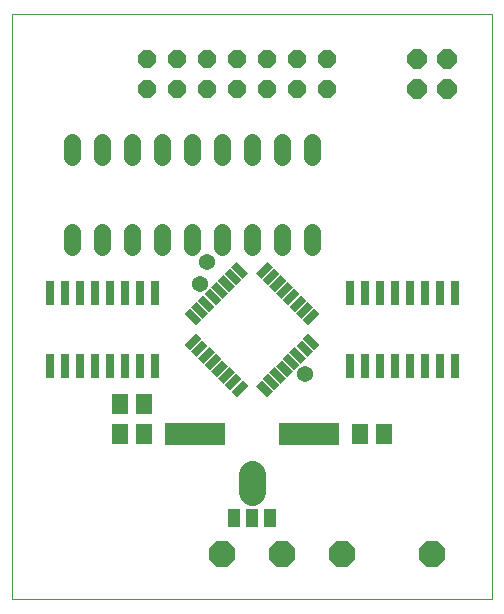
<source format=gbs>
G75*
%MOIN*%
%OFA0B0*%
%FSLAX25Y25*%
%IPPOS*%
%LPD*%
%AMOC8*
5,1,8,0,0,1.08239X$1,22.5*
%
%ADD10C,0.00000*%
%ADD11OC8,0.08900*%
%ADD12R,0.05518X0.06699*%
%ADD13R,0.03000X0.08400*%
%ADD14C,0.05600*%
%ADD15C,0.09061*%
%ADD16R,0.04134X0.06201*%
%ADD17OC8,0.06400*%
%ADD18R,0.20400X0.07400*%
%ADD19OC8,0.06000*%
%ADD20R,0.05400X0.02600*%
%ADD21R,0.02600X0.05400*%
%ADD22C,0.05400*%
D10*
X0001800Y0001800D02*
X0001800Y0196800D01*
X0161800Y0196800D01*
X0161800Y0001800D01*
X0001800Y0001800D01*
D11*
X0071800Y0016800D03*
X0091800Y0016800D03*
X0111800Y0016800D03*
X0141800Y0016800D03*
D12*
X0125737Y0056800D03*
X0117863Y0056800D03*
X0045737Y0056800D03*
X0045737Y0066800D03*
X0037863Y0066800D03*
X0037863Y0056800D03*
D13*
X0039300Y0079700D03*
X0034300Y0079700D03*
X0029300Y0079700D03*
X0024300Y0079700D03*
X0019300Y0079700D03*
X0014300Y0079700D03*
X0014300Y0103900D03*
X0019300Y0103900D03*
X0024300Y0103900D03*
X0029300Y0103900D03*
X0034300Y0103900D03*
X0039300Y0103900D03*
X0044300Y0103900D03*
X0049300Y0103900D03*
X0049300Y0079700D03*
X0044300Y0079700D03*
X0114300Y0079700D03*
X0119300Y0079700D03*
X0124300Y0079700D03*
X0129300Y0079700D03*
X0134300Y0079700D03*
X0139300Y0079700D03*
X0144300Y0079700D03*
X0149300Y0079700D03*
X0149300Y0103900D03*
X0144300Y0103900D03*
X0139300Y0103900D03*
X0134300Y0103900D03*
X0129300Y0103900D03*
X0124300Y0103900D03*
X0119300Y0103900D03*
X0114300Y0103900D03*
D14*
X0101800Y0119200D02*
X0101800Y0124400D01*
X0091800Y0124400D02*
X0091800Y0119200D01*
X0081800Y0119200D02*
X0081800Y0124400D01*
X0071800Y0124400D02*
X0071800Y0119200D01*
X0061800Y0119200D02*
X0061800Y0124400D01*
X0051800Y0124400D02*
X0051800Y0119200D01*
X0041800Y0119200D02*
X0041800Y0124400D01*
X0031800Y0124400D02*
X0031800Y0119200D01*
X0021800Y0119200D02*
X0021800Y0124400D01*
X0021800Y0149200D02*
X0021800Y0154400D01*
X0031800Y0154400D02*
X0031800Y0149200D01*
X0041800Y0149200D02*
X0041800Y0154400D01*
X0051800Y0154400D02*
X0051800Y0149200D01*
X0061800Y0149200D02*
X0061800Y0154400D01*
X0071800Y0154400D02*
X0071800Y0149200D01*
X0081800Y0149200D02*
X0081800Y0154400D01*
X0091800Y0154400D02*
X0091800Y0149200D01*
X0101800Y0149200D02*
X0101800Y0154400D01*
D15*
X0081800Y0043454D02*
X0081800Y0043454D01*
X0081800Y0037548D01*
X0081800Y0037548D01*
X0081800Y0043454D01*
D16*
X0081800Y0028975D03*
X0075894Y0028975D03*
X0087706Y0028975D03*
D17*
X0136800Y0171800D03*
X0136800Y0181800D03*
X0146800Y0181800D03*
X0146800Y0171800D03*
D18*
X0100800Y0056800D03*
X0062800Y0056800D03*
D19*
X0066800Y0171800D03*
X0066800Y0181800D03*
X0056800Y0181800D03*
X0056800Y0171800D03*
X0046800Y0171800D03*
X0046800Y0181800D03*
X0076800Y0181800D03*
X0076800Y0171800D03*
X0086800Y0171800D03*
X0086800Y0181800D03*
X0096800Y0181800D03*
X0096800Y0171800D03*
X0106800Y0171800D03*
X0106800Y0181800D03*
D20*
G36*
X0088783Y0112534D02*
X0084966Y0108717D01*
X0083127Y0110556D01*
X0086944Y0114373D01*
X0088783Y0112534D01*
G37*
G36*
X0091010Y0110307D02*
X0087193Y0106490D01*
X0085354Y0108329D01*
X0089171Y0112146D01*
X0091010Y0110307D01*
G37*
G36*
X0093237Y0108080D02*
X0089420Y0104263D01*
X0087581Y0106102D01*
X0091398Y0109919D01*
X0093237Y0108080D01*
G37*
G36*
X0095465Y0105853D02*
X0091648Y0102036D01*
X0089809Y0103875D01*
X0093626Y0107692D01*
X0095465Y0105853D01*
G37*
G36*
X0097692Y0103626D02*
X0093875Y0099809D01*
X0092036Y0101648D01*
X0095853Y0105465D01*
X0097692Y0103626D01*
G37*
G36*
X0099919Y0101398D02*
X0096102Y0097581D01*
X0094263Y0099420D01*
X0098080Y0103237D01*
X0099919Y0101398D01*
G37*
G36*
X0102146Y0099171D02*
X0098329Y0095354D01*
X0096490Y0097193D01*
X0100307Y0101010D01*
X0102146Y0099171D01*
G37*
G36*
X0104373Y0096944D02*
X0100556Y0093127D01*
X0098717Y0094966D01*
X0102534Y0098783D01*
X0104373Y0096944D01*
G37*
G36*
X0080473Y0073044D02*
X0076656Y0069227D01*
X0074817Y0071066D01*
X0078634Y0074883D01*
X0080473Y0073044D01*
G37*
G36*
X0078246Y0075271D02*
X0074429Y0071454D01*
X0072590Y0073293D01*
X0076407Y0077110D01*
X0078246Y0075271D01*
G37*
G36*
X0076019Y0077498D02*
X0072202Y0073681D01*
X0070363Y0075520D01*
X0074180Y0079337D01*
X0076019Y0077498D01*
G37*
G36*
X0073791Y0079725D02*
X0069974Y0075908D01*
X0068135Y0077747D01*
X0071952Y0081564D01*
X0073791Y0079725D01*
G37*
G36*
X0071564Y0081952D02*
X0067747Y0078135D01*
X0065908Y0079974D01*
X0069725Y0083791D01*
X0071564Y0081952D01*
G37*
G36*
X0069337Y0084180D02*
X0065520Y0080363D01*
X0063681Y0082202D01*
X0067498Y0086019D01*
X0069337Y0084180D01*
G37*
G36*
X0067110Y0086407D02*
X0063293Y0082590D01*
X0061454Y0084429D01*
X0065271Y0088246D01*
X0067110Y0086407D01*
G37*
G36*
X0064883Y0088634D02*
X0061066Y0084817D01*
X0059227Y0086656D01*
X0063044Y0090473D01*
X0064883Y0088634D01*
G37*
D21*
G36*
X0064883Y0094966D02*
X0063044Y0093127D01*
X0059227Y0096944D01*
X0061066Y0098783D01*
X0064883Y0094966D01*
G37*
G36*
X0067110Y0097193D02*
X0065271Y0095354D01*
X0061454Y0099171D01*
X0063293Y0101010D01*
X0067110Y0097193D01*
G37*
G36*
X0069337Y0099420D02*
X0067498Y0097581D01*
X0063681Y0101398D01*
X0065520Y0103237D01*
X0069337Y0099420D01*
G37*
G36*
X0071564Y0101648D02*
X0069725Y0099809D01*
X0065908Y0103626D01*
X0067747Y0105465D01*
X0071564Y0101648D01*
G37*
G36*
X0073791Y0103875D02*
X0071952Y0102036D01*
X0068135Y0105853D01*
X0069974Y0107692D01*
X0073791Y0103875D01*
G37*
G36*
X0076019Y0106102D02*
X0074180Y0104263D01*
X0070363Y0108080D01*
X0072202Y0109919D01*
X0076019Y0106102D01*
G37*
G36*
X0078246Y0108329D02*
X0076407Y0106490D01*
X0072590Y0110307D01*
X0074429Y0112146D01*
X0078246Y0108329D01*
G37*
G36*
X0080473Y0110556D02*
X0078634Y0108717D01*
X0074817Y0112534D01*
X0076656Y0114373D01*
X0080473Y0110556D01*
G37*
G36*
X0102146Y0084429D02*
X0100307Y0082590D01*
X0096490Y0086407D01*
X0098329Y0088246D01*
X0102146Y0084429D01*
G37*
G36*
X0104373Y0086656D02*
X0102534Y0084817D01*
X0098717Y0088634D01*
X0100556Y0090473D01*
X0104373Y0086656D01*
G37*
G36*
X0099919Y0082202D02*
X0098080Y0080363D01*
X0094263Y0084180D01*
X0096102Y0086019D01*
X0099919Y0082202D01*
G37*
G36*
X0097692Y0079974D02*
X0095853Y0078135D01*
X0092036Y0081952D01*
X0093875Y0083791D01*
X0097692Y0079974D01*
G37*
G36*
X0095465Y0077747D02*
X0093626Y0075908D01*
X0089809Y0079725D01*
X0091648Y0081564D01*
X0095465Y0077747D01*
G37*
G36*
X0093237Y0075520D02*
X0091398Y0073681D01*
X0087581Y0077498D01*
X0089420Y0079337D01*
X0093237Y0075520D01*
G37*
G36*
X0091010Y0073293D02*
X0089171Y0071454D01*
X0085354Y0075271D01*
X0087193Y0077110D01*
X0091010Y0073293D01*
G37*
G36*
X0088783Y0071066D02*
X0086944Y0069227D01*
X0083127Y0073044D01*
X0084966Y0074883D01*
X0088783Y0071066D01*
G37*
D22*
X0099300Y0076800D03*
X0066800Y0114300D03*
X0064300Y0106800D03*
M02*

</source>
